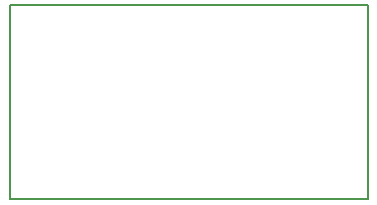
<source format=gko>
%FSTAX23Y23*%
%MOIN*%
%SFA1B1*%

%IPPOS*%
%ADD14C,0.005905*%
%LNfinal_vd-1*%
%LPD*%
G54D14*
X-00588Y-00285D02*
X00605D01*
X00605Y-00283D02*
Y00362D01*
X-00588Y-00285D02*
Y00362D01*
X00605*
M02*
</source>
